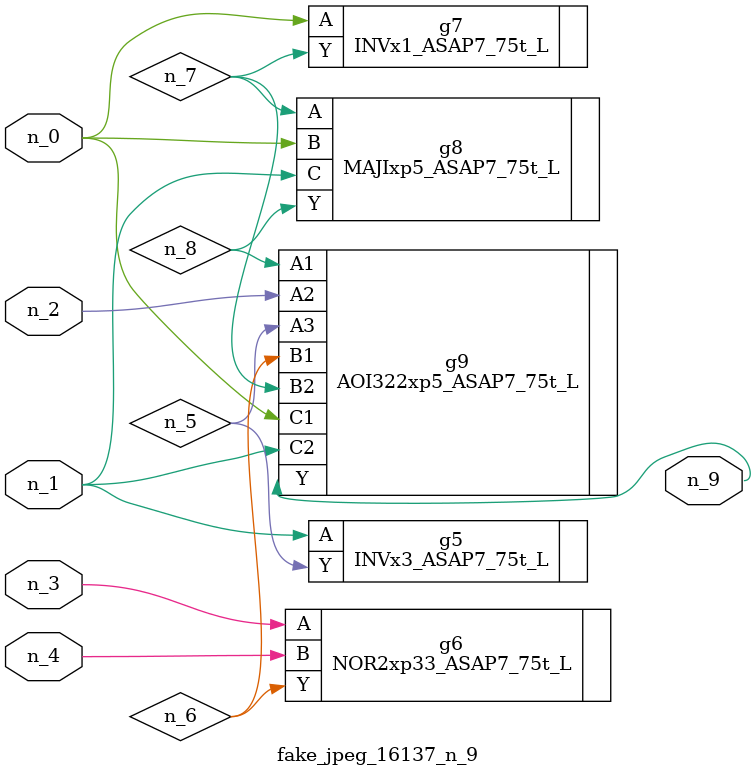
<source format=v>
module fake_jpeg_16137_n_9 (n_3, n_2, n_1, n_0, n_4, n_9);

input n_3;
input n_2;
input n_1;
input n_0;
input n_4;

output n_9;

wire n_8;
wire n_6;
wire n_5;
wire n_7;

INVx3_ASAP7_75t_L g5 ( 
.A(n_1),
.Y(n_5)
);

NOR2xp33_ASAP7_75t_L g6 ( 
.A(n_3),
.B(n_4),
.Y(n_6)
);

INVx1_ASAP7_75t_L g7 ( 
.A(n_0),
.Y(n_7)
);

MAJIxp5_ASAP7_75t_L g8 ( 
.A(n_7),
.B(n_0),
.C(n_1),
.Y(n_8)
);

AOI322xp5_ASAP7_75t_L g9 ( 
.A1(n_8),
.A2(n_2),
.A3(n_5),
.B1(n_6),
.B2(n_7),
.C1(n_0),
.C2(n_1),
.Y(n_9)
);


endmodule
</source>
